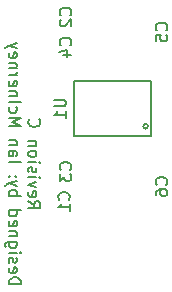
<source format=gbr>
G04 #@! TF.FileFunction,Legend,Bot*
%FSLAX46Y46*%
G04 Gerber Fmt 4.6, Leading zero omitted, Abs format (unit mm)*
G04 Created by KiCad (PCBNEW 4.0.6) date Tue Oct 10 10:25:47 2017*
%MOMM*%
%LPD*%
G01*
G04 APERTURE LIST*
%ADD10C,0.100000*%
%ADD11C,0.150000*%
G04 APERTURE END LIST*
D10*
D11*
X119244619Y-99813666D02*
X119720810Y-100147000D01*
X119244619Y-100385095D02*
X120244619Y-100385095D01*
X120244619Y-100004142D01*
X120197000Y-99908904D01*
X120149381Y-99861285D01*
X120054143Y-99813666D01*
X119911286Y-99813666D01*
X119816048Y-99861285D01*
X119768429Y-99908904D01*
X119720810Y-100004142D01*
X119720810Y-100385095D01*
X119292238Y-99004142D02*
X119244619Y-99099380D01*
X119244619Y-99289857D01*
X119292238Y-99385095D01*
X119387476Y-99432714D01*
X119768429Y-99432714D01*
X119863667Y-99385095D01*
X119911286Y-99289857D01*
X119911286Y-99099380D01*
X119863667Y-99004142D01*
X119768429Y-98956523D01*
X119673190Y-98956523D01*
X119577952Y-99432714D01*
X119911286Y-98623190D02*
X119244619Y-98385095D01*
X119911286Y-98146999D01*
X119244619Y-97766047D02*
X119911286Y-97766047D01*
X120244619Y-97766047D02*
X120197000Y-97813666D01*
X120149381Y-97766047D01*
X120197000Y-97718428D01*
X120244619Y-97766047D01*
X120149381Y-97766047D01*
X119292238Y-97337476D02*
X119244619Y-97242238D01*
X119244619Y-97051762D01*
X119292238Y-96956523D01*
X119387476Y-96908904D01*
X119435095Y-96908904D01*
X119530333Y-96956523D01*
X119577952Y-97051762D01*
X119577952Y-97194619D01*
X119625571Y-97289857D01*
X119720810Y-97337476D01*
X119768429Y-97337476D01*
X119863667Y-97289857D01*
X119911286Y-97194619D01*
X119911286Y-97051762D01*
X119863667Y-96956523D01*
X119244619Y-96480333D02*
X119911286Y-96480333D01*
X120244619Y-96480333D02*
X120197000Y-96527952D01*
X120149381Y-96480333D01*
X120197000Y-96432714D01*
X120244619Y-96480333D01*
X120149381Y-96480333D01*
X119244619Y-95861286D02*
X119292238Y-95956524D01*
X119339857Y-96004143D01*
X119435095Y-96051762D01*
X119720810Y-96051762D01*
X119816048Y-96004143D01*
X119863667Y-95956524D01*
X119911286Y-95861286D01*
X119911286Y-95718428D01*
X119863667Y-95623190D01*
X119816048Y-95575571D01*
X119720810Y-95527952D01*
X119435095Y-95527952D01*
X119339857Y-95575571D01*
X119292238Y-95623190D01*
X119244619Y-95718428D01*
X119244619Y-95861286D01*
X119911286Y-95099381D02*
X119244619Y-95099381D01*
X119816048Y-95099381D02*
X119863667Y-95051762D01*
X119911286Y-94956524D01*
X119911286Y-94813666D01*
X119863667Y-94718428D01*
X119768429Y-94670809D01*
X119244619Y-94670809D01*
X119339857Y-92861285D02*
X119292238Y-92908904D01*
X119244619Y-93051761D01*
X119244619Y-93146999D01*
X119292238Y-93289857D01*
X119387476Y-93385095D01*
X119482714Y-93432714D01*
X119673190Y-93480333D01*
X119816048Y-93480333D01*
X120006524Y-93432714D01*
X120101762Y-93385095D01*
X120197000Y-93289857D01*
X120244619Y-93146999D01*
X120244619Y-93051761D01*
X120197000Y-92908904D01*
X120149381Y-92861285D01*
X117594619Y-106813667D02*
X118594619Y-106813667D01*
X118594619Y-106575572D01*
X118547000Y-106432714D01*
X118451762Y-106337476D01*
X118356524Y-106289857D01*
X118166048Y-106242238D01*
X118023190Y-106242238D01*
X117832714Y-106289857D01*
X117737476Y-106337476D01*
X117642238Y-106432714D01*
X117594619Y-106575572D01*
X117594619Y-106813667D01*
X117642238Y-105432714D02*
X117594619Y-105527952D01*
X117594619Y-105718429D01*
X117642238Y-105813667D01*
X117737476Y-105861286D01*
X118118429Y-105861286D01*
X118213667Y-105813667D01*
X118261286Y-105718429D01*
X118261286Y-105527952D01*
X118213667Y-105432714D01*
X118118429Y-105385095D01*
X118023190Y-105385095D01*
X117927952Y-105861286D01*
X117642238Y-105004143D02*
X117594619Y-104908905D01*
X117594619Y-104718429D01*
X117642238Y-104623190D01*
X117737476Y-104575571D01*
X117785095Y-104575571D01*
X117880333Y-104623190D01*
X117927952Y-104718429D01*
X117927952Y-104861286D01*
X117975571Y-104956524D01*
X118070810Y-105004143D01*
X118118429Y-105004143D01*
X118213667Y-104956524D01*
X118261286Y-104861286D01*
X118261286Y-104718429D01*
X118213667Y-104623190D01*
X117594619Y-104147000D02*
X118261286Y-104147000D01*
X118594619Y-104147000D02*
X118547000Y-104194619D01*
X118499381Y-104147000D01*
X118547000Y-104099381D01*
X118594619Y-104147000D01*
X118499381Y-104147000D01*
X118261286Y-103242238D02*
X117451762Y-103242238D01*
X117356524Y-103289857D01*
X117308905Y-103337476D01*
X117261286Y-103432715D01*
X117261286Y-103575572D01*
X117308905Y-103670810D01*
X117642238Y-103242238D02*
X117594619Y-103337476D01*
X117594619Y-103527953D01*
X117642238Y-103623191D01*
X117689857Y-103670810D01*
X117785095Y-103718429D01*
X118070810Y-103718429D01*
X118166048Y-103670810D01*
X118213667Y-103623191D01*
X118261286Y-103527953D01*
X118261286Y-103337476D01*
X118213667Y-103242238D01*
X118261286Y-102766048D02*
X117594619Y-102766048D01*
X118166048Y-102766048D02*
X118213667Y-102718429D01*
X118261286Y-102623191D01*
X118261286Y-102480333D01*
X118213667Y-102385095D01*
X118118429Y-102337476D01*
X117594619Y-102337476D01*
X117642238Y-101480333D02*
X117594619Y-101575571D01*
X117594619Y-101766048D01*
X117642238Y-101861286D01*
X117737476Y-101908905D01*
X118118429Y-101908905D01*
X118213667Y-101861286D01*
X118261286Y-101766048D01*
X118261286Y-101575571D01*
X118213667Y-101480333D01*
X118118429Y-101432714D01*
X118023190Y-101432714D01*
X117927952Y-101908905D01*
X117594619Y-100575571D02*
X118594619Y-100575571D01*
X117642238Y-100575571D02*
X117594619Y-100670809D01*
X117594619Y-100861286D01*
X117642238Y-100956524D01*
X117689857Y-101004143D01*
X117785095Y-101051762D01*
X118070810Y-101051762D01*
X118166048Y-101004143D01*
X118213667Y-100956524D01*
X118261286Y-100861286D01*
X118261286Y-100670809D01*
X118213667Y-100575571D01*
X117594619Y-99337476D02*
X118594619Y-99337476D01*
X118213667Y-99337476D02*
X118261286Y-99242238D01*
X118261286Y-99051761D01*
X118213667Y-98956523D01*
X118166048Y-98908904D01*
X118070810Y-98861285D01*
X117785095Y-98861285D01*
X117689857Y-98908904D01*
X117642238Y-98956523D01*
X117594619Y-99051761D01*
X117594619Y-99242238D01*
X117642238Y-99337476D01*
X118261286Y-98527952D02*
X117594619Y-98289857D01*
X118261286Y-98051761D02*
X117594619Y-98289857D01*
X117356524Y-98385095D01*
X117308905Y-98432714D01*
X117261286Y-98527952D01*
X117689857Y-97670809D02*
X117642238Y-97623190D01*
X117594619Y-97670809D01*
X117642238Y-97718428D01*
X117689857Y-97670809D01*
X117594619Y-97670809D01*
X118213667Y-97670809D02*
X118166048Y-97623190D01*
X118118429Y-97670809D01*
X118166048Y-97718428D01*
X118213667Y-97670809D01*
X118118429Y-97670809D01*
X117594619Y-96432714D02*
X118594619Y-96432714D01*
X117594619Y-95527952D02*
X118118429Y-95527952D01*
X118213667Y-95575571D01*
X118261286Y-95670809D01*
X118261286Y-95861286D01*
X118213667Y-95956524D01*
X117642238Y-95527952D02*
X117594619Y-95623190D01*
X117594619Y-95861286D01*
X117642238Y-95956524D01*
X117737476Y-96004143D01*
X117832714Y-96004143D01*
X117927952Y-95956524D01*
X117975571Y-95861286D01*
X117975571Y-95623190D01*
X118023190Y-95527952D01*
X118261286Y-95051762D02*
X117594619Y-95051762D01*
X118166048Y-95051762D02*
X118213667Y-95004143D01*
X118261286Y-94908905D01*
X118261286Y-94766047D01*
X118213667Y-94670809D01*
X118118429Y-94623190D01*
X117594619Y-94623190D01*
X117594619Y-93385095D02*
X118594619Y-93385095D01*
X117880333Y-93051761D01*
X118594619Y-92718428D01*
X117594619Y-92718428D01*
X117642238Y-91813666D02*
X117594619Y-91908904D01*
X117594619Y-92099381D01*
X117642238Y-92194619D01*
X117689857Y-92242238D01*
X117785095Y-92289857D01*
X118070810Y-92289857D01*
X118166048Y-92242238D01*
X118213667Y-92194619D01*
X118261286Y-92099381D01*
X118261286Y-91908904D01*
X118213667Y-91813666D01*
X117594619Y-91385095D02*
X118594619Y-91385095D01*
X118261286Y-90908905D02*
X117594619Y-90908905D01*
X118166048Y-90908905D02*
X118213667Y-90861286D01*
X118261286Y-90766048D01*
X118261286Y-90623190D01*
X118213667Y-90527952D01*
X118118429Y-90480333D01*
X117594619Y-90480333D01*
X117642238Y-89623190D02*
X117594619Y-89718428D01*
X117594619Y-89908905D01*
X117642238Y-90004143D01*
X117737476Y-90051762D01*
X118118429Y-90051762D01*
X118213667Y-90004143D01*
X118261286Y-89908905D01*
X118261286Y-89718428D01*
X118213667Y-89623190D01*
X118118429Y-89575571D01*
X118023190Y-89575571D01*
X117927952Y-90051762D01*
X117594619Y-89147000D02*
X118261286Y-89147000D01*
X118070810Y-89147000D02*
X118166048Y-89099381D01*
X118213667Y-89051762D01*
X118261286Y-88956524D01*
X118261286Y-88861285D01*
X118261286Y-88527952D02*
X117594619Y-88527952D01*
X118166048Y-88527952D02*
X118213667Y-88480333D01*
X118261286Y-88385095D01*
X118261286Y-88242237D01*
X118213667Y-88146999D01*
X118118429Y-88099380D01*
X117594619Y-88099380D01*
X117642238Y-87242237D02*
X117594619Y-87337475D01*
X117594619Y-87527952D01*
X117642238Y-87623190D01*
X117737476Y-87670809D01*
X118118429Y-87670809D01*
X118213667Y-87623190D01*
X118261286Y-87527952D01*
X118261286Y-87337475D01*
X118213667Y-87242237D01*
X118118429Y-87194618D01*
X118023190Y-87194618D01*
X117927952Y-87670809D01*
X118261286Y-86861285D02*
X117594619Y-86623190D01*
X118261286Y-86385094D02*
X117594619Y-86623190D01*
X117356524Y-86718428D01*
X117308905Y-86766047D01*
X117261286Y-86861285D01*
X129365000Y-93448000D02*
G75*
G03X129365000Y-93448000I-200000J0D01*
G01*
X129665000Y-89648000D02*
X123065000Y-89648000D01*
X123065000Y-89648000D02*
X123065000Y-94248000D01*
X123065000Y-94248000D02*
X129665000Y-94248000D01*
X129665000Y-94248000D02*
X129665000Y-89648000D01*
X122658143Y-99655334D02*
X122705762Y-99607715D01*
X122753381Y-99464858D01*
X122753381Y-99369620D01*
X122705762Y-99226762D01*
X122610524Y-99131524D01*
X122515286Y-99083905D01*
X122324810Y-99036286D01*
X122181952Y-99036286D01*
X121991476Y-99083905D01*
X121896238Y-99131524D01*
X121801000Y-99226762D01*
X121753381Y-99369620D01*
X121753381Y-99464858D01*
X121801000Y-99607715D01*
X121848619Y-99655334D01*
X122753381Y-100607715D02*
X122753381Y-100036286D01*
X122753381Y-100322000D02*
X121753381Y-100322000D01*
X121896238Y-100226762D01*
X121991476Y-100131524D01*
X122039095Y-100036286D01*
X122785143Y-84034334D02*
X122832762Y-83986715D01*
X122880381Y-83843858D01*
X122880381Y-83748620D01*
X122832762Y-83605762D01*
X122737524Y-83510524D01*
X122642286Y-83462905D01*
X122451810Y-83415286D01*
X122308952Y-83415286D01*
X122118476Y-83462905D01*
X122023238Y-83510524D01*
X121928000Y-83605762D01*
X121880381Y-83748620D01*
X121880381Y-83843858D01*
X121928000Y-83986715D01*
X121975619Y-84034334D01*
X121975619Y-84415286D02*
X121928000Y-84462905D01*
X121880381Y-84558143D01*
X121880381Y-84796239D01*
X121928000Y-84891477D01*
X121975619Y-84939096D01*
X122070857Y-84986715D01*
X122166095Y-84986715D01*
X122308952Y-84939096D01*
X122880381Y-84367667D01*
X122880381Y-84986715D01*
X122785143Y-97115334D02*
X122832762Y-97067715D01*
X122880381Y-96924858D01*
X122880381Y-96829620D01*
X122832762Y-96686762D01*
X122737524Y-96591524D01*
X122642286Y-96543905D01*
X122451810Y-96496286D01*
X122308952Y-96496286D01*
X122118476Y-96543905D01*
X122023238Y-96591524D01*
X121928000Y-96686762D01*
X121880381Y-96829620D01*
X121880381Y-96924858D01*
X121928000Y-97067715D01*
X121975619Y-97115334D01*
X121880381Y-97448667D02*
X121880381Y-98067715D01*
X122261333Y-97734381D01*
X122261333Y-97877239D01*
X122308952Y-97972477D01*
X122356571Y-98020096D01*
X122451810Y-98067715D01*
X122689905Y-98067715D01*
X122785143Y-98020096D01*
X122832762Y-97972477D01*
X122880381Y-97877239D01*
X122880381Y-97591524D01*
X122832762Y-97496286D01*
X122785143Y-97448667D01*
X122785143Y-86574334D02*
X122832762Y-86526715D01*
X122880381Y-86383858D01*
X122880381Y-86288620D01*
X122832762Y-86145762D01*
X122737524Y-86050524D01*
X122642286Y-86002905D01*
X122451810Y-85955286D01*
X122308952Y-85955286D01*
X122118476Y-86002905D01*
X122023238Y-86050524D01*
X121928000Y-86145762D01*
X121880381Y-86288620D01*
X121880381Y-86383858D01*
X121928000Y-86526715D01*
X121975619Y-86574334D01*
X122213714Y-87431477D02*
X122880381Y-87431477D01*
X121832762Y-87193381D02*
X122547048Y-86955286D01*
X122547048Y-87574334D01*
X130913143Y-85304334D02*
X130960762Y-85256715D01*
X131008381Y-85113858D01*
X131008381Y-85018620D01*
X130960762Y-84875762D01*
X130865524Y-84780524D01*
X130770286Y-84732905D01*
X130579810Y-84685286D01*
X130436952Y-84685286D01*
X130246476Y-84732905D01*
X130151238Y-84780524D01*
X130056000Y-84875762D01*
X130008381Y-85018620D01*
X130008381Y-85113858D01*
X130056000Y-85256715D01*
X130103619Y-85304334D01*
X130008381Y-86209096D02*
X130008381Y-85732905D01*
X130484571Y-85685286D01*
X130436952Y-85732905D01*
X130389333Y-85828143D01*
X130389333Y-86066239D01*
X130436952Y-86161477D01*
X130484571Y-86209096D01*
X130579810Y-86256715D01*
X130817905Y-86256715D01*
X130913143Y-86209096D01*
X130960762Y-86161477D01*
X131008381Y-86066239D01*
X131008381Y-85828143D01*
X130960762Y-85732905D01*
X130913143Y-85685286D01*
X130913143Y-98385334D02*
X130960762Y-98337715D01*
X131008381Y-98194858D01*
X131008381Y-98099620D01*
X130960762Y-97956762D01*
X130865524Y-97861524D01*
X130770286Y-97813905D01*
X130579810Y-97766286D01*
X130436952Y-97766286D01*
X130246476Y-97813905D01*
X130151238Y-97861524D01*
X130056000Y-97956762D01*
X130008381Y-98099620D01*
X130008381Y-98194858D01*
X130056000Y-98337715D01*
X130103619Y-98385334D01*
X130008381Y-99242477D02*
X130008381Y-99052000D01*
X130056000Y-98956762D01*
X130103619Y-98909143D01*
X130246476Y-98813905D01*
X130436952Y-98766286D01*
X130817905Y-98766286D01*
X130913143Y-98813905D01*
X130960762Y-98861524D01*
X131008381Y-98956762D01*
X131008381Y-99147239D01*
X130960762Y-99242477D01*
X130913143Y-99290096D01*
X130817905Y-99337715D01*
X130579810Y-99337715D01*
X130484571Y-99290096D01*
X130436952Y-99242477D01*
X130389333Y-99147239D01*
X130389333Y-98956762D01*
X130436952Y-98861524D01*
X130484571Y-98813905D01*
X130579810Y-98766286D01*
X121417381Y-91186095D02*
X122226905Y-91186095D01*
X122322143Y-91233714D01*
X122369762Y-91281333D01*
X122417381Y-91376571D01*
X122417381Y-91567048D01*
X122369762Y-91662286D01*
X122322143Y-91709905D01*
X122226905Y-91757524D01*
X121417381Y-91757524D01*
X122417381Y-92757524D02*
X122417381Y-92186095D01*
X122417381Y-92471809D02*
X121417381Y-92471809D01*
X121560238Y-92376571D01*
X121655476Y-92281333D01*
X121703095Y-92186095D01*
M02*

</source>
